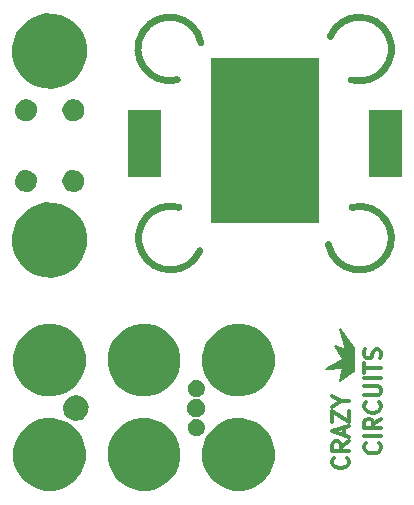
<source format=gts>
%TF.GenerationSoftware,KiCad,Pcbnew,4.0.7-e2-6376~58~ubuntu16.04.1*%
%TF.CreationDate,2017-10-07T16:36:03-07:00*%
%TF.ProjectId,VibeMotor-Button-Battery,566962654D6F746F722D427574746F6E,v1.3*%
%TF.FileFunction,Soldermask,Top*%
%FSLAX46Y46*%
G04 Gerber Fmt 4.6, Leading zero omitted, Abs format (unit mm)*
G04 Created by KiCad (PCBNEW 4.0.7-e2-6376~58~ubuntu16.04.1) date Sat Oct  7 16:36:03 2017*
%MOMM*%
%LPD*%
G01*
G04 APERTURE LIST*
%ADD10C,0.350000*%
%ADD11C,0.317500*%
%ADD12C,0.152400*%
%ADD13C,0.254000*%
%ADD14C,0.600000*%
G04 APERTURE END LIST*
D10*
D11*
X57293329Y-63363323D02*
X57359852Y-63429847D01*
X57426376Y-63629418D01*
X57426376Y-63762466D01*
X57359852Y-63962038D01*
X57226805Y-64095085D01*
X57093757Y-64161609D01*
X56827662Y-64228133D01*
X56628090Y-64228133D01*
X56361995Y-64161609D01*
X56228948Y-64095085D01*
X56095900Y-63962038D01*
X56029376Y-63762466D01*
X56029376Y-63629418D01*
X56095900Y-63429847D01*
X56162424Y-63363323D01*
X57426376Y-62764609D02*
X56029376Y-62764609D01*
X57426376Y-61301085D02*
X56761138Y-61766752D01*
X57426376Y-62099371D02*
X56029376Y-62099371D01*
X56029376Y-61567180D01*
X56095900Y-61434133D01*
X56162424Y-61367609D01*
X56295471Y-61301085D01*
X56495043Y-61301085D01*
X56628090Y-61367609D01*
X56694614Y-61434133D01*
X56761138Y-61567180D01*
X56761138Y-62099371D01*
X57293329Y-59904085D02*
X57359852Y-59970609D01*
X57426376Y-60170180D01*
X57426376Y-60303228D01*
X57359852Y-60502800D01*
X57226805Y-60635847D01*
X57093757Y-60702371D01*
X56827662Y-60768895D01*
X56628090Y-60768895D01*
X56361995Y-60702371D01*
X56228948Y-60635847D01*
X56095900Y-60502800D01*
X56029376Y-60303228D01*
X56029376Y-60170180D01*
X56095900Y-59970609D01*
X56162424Y-59904085D01*
X56029376Y-59305371D02*
X57160281Y-59305371D01*
X57293329Y-59238847D01*
X57359852Y-59172323D01*
X57426376Y-59039276D01*
X57426376Y-58773180D01*
X57359852Y-58640133D01*
X57293329Y-58573609D01*
X57160281Y-58507085D01*
X56029376Y-58507085D01*
X57426376Y-57841847D02*
X56029376Y-57841847D01*
X56029376Y-57376180D02*
X56029376Y-56577895D01*
X57426376Y-56977038D02*
X56029376Y-56977038D01*
X57359852Y-56178752D02*
X57426376Y-55979180D01*
X57426376Y-55646561D01*
X57359852Y-55513514D01*
X57293329Y-55446990D01*
X57160281Y-55380466D01*
X57027233Y-55380466D01*
X56894186Y-55446990D01*
X56827662Y-55513514D01*
X56761138Y-55646561D01*
X56694614Y-55912657D01*
X56628090Y-56045704D01*
X56561567Y-56112228D01*
X56428519Y-56178752D01*
X56295471Y-56178752D01*
X56162424Y-56112228D01*
X56095900Y-56045704D01*
X56029376Y-55912657D01*
X56029376Y-55580037D01*
X56095900Y-55380466D01*
X54562829Y-64600062D02*
X54629352Y-64666586D01*
X54695876Y-64866157D01*
X54695876Y-64999205D01*
X54629352Y-65198777D01*
X54496305Y-65331824D01*
X54363257Y-65398348D01*
X54097162Y-65464872D01*
X53897590Y-65464872D01*
X53631495Y-65398348D01*
X53498448Y-65331824D01*
X53365400Y-65198777D01*
X53298876Y-64999205D01*
X53298876Y-64866157D01*
X53365400Y-64666586D01*
X53431924Y-64600062D01*
X54695876Y-63203062D02*
X54030638Y-63668729D01*
X54695876Y-64001348D02*
X53298876Y-64001348D01*
X53298876Y-63469157D01*
X53365400Y-63336110D01*
X53431924Y-63269586D01*
X53564971Y-63203062D01*
X53764543Y-63203062D01*
X53897590Y-63269586D01*
X53964114Y-63336110D01*
X54030638Y-63469157D01*
X54030638Y-64001348D01*
X54296733Y-62670872D02*
X54296733Y-62005634D01*
X54695876Y-62803919D02*
X53298876Y-62338253D01*
X54695876Y-61872586D01*
X53298876Y-61539967D02*
X53298876Y-60608633D01*
X54695876Y-61539967D01*
X54695876Y-60608633D01*
X54030638Y-59810348D02*
X54695876Y-59810348D01*
X53298876Y-60276014D02*
X54030638Y-59810348D01*
X53298876Y-59344681D01*
D12*
X54114700Y-54152800D02*
X55067200Y-55295800D01*
X55067200Y-55486300D02*
X54114700Y-54152800D01*
X54241700Y-54533800D02*
X55067200Y-55486300D01*
X55003700Y-55613300D02*
X54241700Y-54533800D01*
X54305200Y-54724300D02*
X55003700Y-55613300D01*
X55067200Y-55867300D02*
X54305200Y-54724300D01*
X54432200Y-55041800D02*
X55067200Y-55867300D01*
X55003700Y-55994300D02*
X54432200Y-55041800D01*
X54432200Y-55232300D02*
X55003700Y-55994300D01*
X54876700Y-55994300D02*
X54432200Y-55232300D01*
X54432200Y-55486300D02*
X54876700Y-55994300D01*
X54749700Y-56057800D02*
X54432200Y-55486300D01*
X54241700Y-55486300D02*
X54749700Y-56057800D01*
X54114700Y-55486300D02*
X54622700Y-56121300D01*
X53924200Y-55359300D02*
X54495700Y-56184800D01*
X53797200Y-55359300D02*
X54368700Y-56184800D01*
D13*
X55003700Y-57200800D02*
X54114700Y-57835800D01*
D12*
X55130700Y-55295800D02*
X55130700Y-57264300D01*
X53987700Y-53708300D02*
X55130700Y-55295800D01*
X54432200Y-55486300D02*
X53987700Y-53708300D01*
X53543200Y-55168800D02*
X54432200Y-55486300D01*
X54241700Y-56248300D02*
X53543200Y-55168800D01*
X52781200Y-57073800D02*
X54305200Y-56248300D01*
X54178200Y-57010300D02*
X52781200Y-57073800D01*
X53924200Y-58089800D02*
X54178200Y-57010300D01*
X55130700Y-57264300D02*
X53924200Y-58089800D01*
D13*
X55003700Y-57010300D02*
X54114700Y-57645300D01*
X55003700Y-56819800D02*
X54178200Y-57391300D01*
X55003700Y-56692800D02*
X54241700Y-57137300D01*
X55003700Y-56438800D02*
X54178200Y-56883300D01*
X55003700Y-56248300D02*
X53924200Y-56819800D01*
X55003700Y-56057800D02*
X53289200Y-56946800D01*
X53987700Y-56883300D02*
X53162200Y-56946800D01*
D14*
X54902476Y-32592058D02*
G75*
G03X53136800Y-28906200I710824J2606358D01*
G01*
X52975938Y-46527884D02*
G75*
G03X54978300Y-43384200I2640220J527860D01*
G01*
X42185162Y-29445516D02*
G75*
G03X40182800Y-32589200I-2640220J-527860D01*
G01*
X40322124Y-43381342D02*
G75*
G03X42087800Y-47067200I-710824J-2606358D01*
G01*
D10*
G36*
X29687510Y-61237647D02*
X30278455Y-61358951D01*
X30834598Y-61592732D01*
X31334734Y-61930078D01*
X31759821Y-62358143D01*
X32093666Y-62860621D01*
X32323556Y-63418376D01*
X32440664Y-64009814D01*
X32440664Y-64009824D01*
X32440731Y-64010163D01*
X32431110Y-64699216D01*
X32431033Y-64699554D01*
X32431033Y-64699562D01*
X32297457Y-65287501D01*
X32052085Y-65838616D01*
X31704337Y-66331578D01*
X31267462Y-66747609D01*
X30758100Y-67070861D01*
X30195654Y-67289019D01*
X29601547Y-67393776D01*
X28998403Y-67381142D01*
X28409200Y-67251597D01*
X27856382Y-67010077D01*
X27361007Y-66665782D01*
X26941937Y-66231823D01*
X26615138Y-65724730D01*
X26393056Y-65163814D01*
X26284155Y-64570458D01*
X26292577Y-63967241D01*
X26418006Y-63377147D01*
X26655659Y-62822658D01*
X26996491Y-62324888D01*
X27427512Y-61902800D01*
X27932313Y-61572468D01*
X28491659Y-61346477D01*
X29084245Y-61233436D01*
X29687510Y-61237647D01*
X29687510Y-61237647D01*
G37*
G36*
X45687510Y-61237647D02*
X46278455Y-61358951D01*
X46834598Y-61592732D01*
X47334734Y-61930078D01*
X47759821Y-62358143D01*
X48093666Y-62860621D01*
X48323556Y-63418376D01*
X48440664Y-64009814D01*
X48440664Y-64009824D01*
X48440731Y-64010163D01*
X48431110Y-64699216D01*
X48431033Y-64699554D01*
X48431033Y-64699562D01*
X48297457Y-65287501D01*
X48052085Y-65838616D01*
X47704337Y-66331578D01*
X47267462Y-66747609D01*
X46758100Y-67070861D01*
X46195654Y-67289019D01*
X45601547Y-67393776D01*
X44998403Y-67381142D01*
X44409200Y-67251597D01*
X43856382Y-67010077D01*
X43361007Y-66665782D01*
X42941937Y-66231823D01*
X42615138Y-65724730D01*
X42393056Y-65163814D01*
X42284155Y-64570458D01*
X42292577Y-63967241D01*
X42418006Y-63377147D01*
X42655659Y-62822658D01*
X42996491Y-62324888D01*
X43427512Y-61902800D01*
X43932313Y-61572468D01*
X44491659Y-61346477D01*
X45084245Y-61233436D01*
X45687510Y-61237647D01*
X45687510Y-61237647D01*
G37*
G36*
X37687510Y-61237647D02*
X38278455Y-61358951D01*
X38834598Y-61592732D01*
X39334734Y-61930078D01*
X39759821Y-62358143D01*
X40093666Y-62860621D01*
X40323556Y-63418376D01*
X40440664Y-64009814D01*
X40440664Y-64009824D01*
X40440731Y-64010163D01*
X40431110Y-64699216D01*
X40431033Y-64699554D01*
X40431033Y-64699562D01*
X40297457Y-65287501D01*
X40052085Y-65838616D01*
X39704337Y-66331578D01*
X39267462Y-66747609D01*
X38758100Y-67070861D01*
X38195654Y-67289019D01*
X37601547Y-67393776D01*
X36998403Y-67381142D01*
X36409200Y-67251597D01*
X35856382Y-67010077D01*
X35361007Y-66665782D01*
X34941937Y-66231823D01*
X34615138Y-65724730D01*
X34393056Y-65163814D01*
X34284155Y-64570458D01*
X34292577Y-63967241D01*
X34418006Y-63377147D01*
X34655659Y-62822658D01*
X34996491Y-62324888D01*
X35427512Y-61902800D01*
X35932313Y-61572468D01*
X36491659Y-61346477D01*
X37084245Y-61233436D01*
X37687510Y-61237647D01*
X37687510Y-61237647D01*
G37*
G36*
X41865680Y-61311081D02*
X42005179Y-61339717D01*
X42136473Y-61394908D01*
X42254540Y-61474545D01*
X42354891Y-61575598D01*
X42433700Y-61694217D01*
X42487971Y-61825887D01*
X42515564Y-61965243D01*
X42515564Y-61965253D01*
X42515631Y-61965592D01*
X42513360Y-62128257D01*
X42513283Y-62128595D01*
X42513283Y-62128604D01*
X42481809Y-62267137D01*
X42423886Y-62397236D01*
X42341791Y-62513611D01*
X42238658Y-62611824D01*
X42118413Y-62688134D01*
X41985633Y-62739636D01*
X41845385Y-62764366D01*
X41702999Y-62761383D01*
X41563904Y-62730801D01*
X41433399Y-62673785D01*
X41316458Y-62592509D01*
X41217527Y-62490063D01*
X41140379Y-62370352D01*
X41087950Y-62237933D01*
X41062243Y-62097863D01*
X41064231Y-61955461D01*
X41093842Y-61816155D01*
X41149944Y-61685257D01*
X41230405Y-61567747D01*
X41332156Y-61468105D01*
X41451326Y-61390123D01*
X41583372Y-61336772D01*
X41723262Y-61310087D01*
X41865680Y-61311081D01*
X41865680Y-61311081D01*
G37*
G36*
X31702442Y-59311315D02*
X31909177Y-59353752D01*
X32103747Y-59435541D01*
X32278718Y-59553561D01*
X32427433Y-59703318D01*
X32544227Y-59879108D01*
X32624653Y-60074236D01*
X32665578Y-60280924D01*
X32665578Y-60280929D01*
X32665646Y-60281273D01*
X32662280Y-60522336D01*
X32662203Y-60522674D01*
X32662203Y-60522683D01*
X32615522Y-60728149D01*
X32529681Y-60920952D01*
X32408021Y-61093415D01*
X32255182Y-61238962D01*
X32076984Y-61352050D01*
X31880210Y-61428373D01*
X31672367Y-61465022D01*
X31461357Y-61460602D01*
X31255225Y-61415281D01*
X31061822Y-61330785D01*
X30888519Y-61210336D01*
X30741908Y-61058517D01*
X30627578Y-60881110D01*
X30549881Y-60684872D01*
X30511784Y-60477292D01*
X30514730Y-60266258D01*
X30558611Y-60059813D01*
X30641753Y-59865828D01*
X30760993Y-59691683D01*
X30911784Y-59544017D01*
X31088388Y-59428451D01*
X31284075Y-59349388D01*
X31491387Y-59309842D01*
X31702442Y-59311315D01*
X31702442Y-59311315D01*
G37*
G36*
X41870931Y-59611115D02*
X42020036Y-59641723D01*
X42160369Y-59700713D01*
X42286562Y-59785832D01*
X42393824Y-59893844D01*
X42478062Y-60020634D01*
X42536067Y-60161365D01*
X42563490Y-60299860D01*
X42565634Y-60310690D01*
X42563206Y-60484554D01*
X42563128Y-60484897D01*
X42563128Y-60484901D01*
X42529482Y-60632996D01*
X42467570Y-60772052D01*
X42379824Y-60896440D01*
X42269589Y-61001415D01*
X42141064Y-61082980D01*
X41999146Y-61138026D01*
X41849240Y-61164459D01*
X41697049Y-61161270D01*
X41548380Y-61128584D01*
X41408888Y-61067641D01*
X41283896Y-60980769D01*
X41178154Y-60871270D01*
X41095694Y-60743317D01*
X41039656Y-60601782D01*
X41012178Y-60452066D01*
X41014303Y-60299860D01*
X41045953Y-60150963D01*
X41105917Y-60011053D01*
X41191918Y-59885453D01*
X41300675Y-59778950D01*
X41428050Y-59695599D01*
X41569187Y-59638575D01*
X41718708Y-59610053D01*
X41870931Y-59611115D01*
X41870931Y-59611115D01*
G37*
G36*
X41865680Y-58011081D02*
X42005179Y-58039717D01*
X42136473Y-58094908D01*
X42254540Y-58174545D01*
X42354891Y-58275598D01*
X42433700Y-58394217D01*
X42487971Y-58525887D01*
X42515564Y-58665243D01*
X42515564Y-58665253D01*
X42515631Y-58665592D01*
X42513360Y-58828257D01*
X42513283Y-58828595D01*
X42513283Y-58828604D01*
X42481809Y-58967137D01*
X42423886Y-59097236D01*
X42341791Y-59213611D01*
X42238658Y-59311824D01*
X42118413Y-59388134D01*
X41985633Y-59439636D01*
X41845385Y-59464366D01*
X41702999Y-59461383D01*
X41563904Y-59430801D01*
X41433399Y-59373785D01*
X41316458Y-59292509D01*
X41217527Y-59190063D01*
X41140379Y-59070352D01*
X41087950Y-58937933D01*
X41062243Y-58797863D01*
X41064231Y-58655461D01*
X41093842Y-58516155D01*
X41149944Y-58385257D01*
X41230405Y-58267747D01*
X41332156Y-58168105D01*
X41451326Y-58090123D01*
X41583372Y-58036772D01*
X41723262Y-58010087D01*
X41865680Y-58011081D01*
X41865680Y-58011081D01*
G37*
G36*
X45687510Y-53237647D02*
X46278455Y-53358951D01*
X46834598Y-53592732D01*
X47334734Y-53930078D01*
X47759821Y-54358143D01*
X48093666Y-54860621D01*
X48323556Y-55418376D01*
X48440664Y-56009814D01*
X48440664Y-56009824D01*
X48440731Y-56010163D01*
X48431110Y-56699216D01*
X48431033Y-56699554D01*
X48431033Y-56699562D01*
X48297457Y-57287501D01*
X48052085Y-57838616D01*
X47704337Y-58331578D01*
X47267462Y-58747609D01*
X46758100Y-59070861D01*
X46195654Y-59289019D01*
X45601547Y-59393776D01*
X44998403Y-59381142D01*
X44409200Y-59251597D01*
X43856382Y-59010077D01*
X43361007Y-58665782D01*
X42941937Y-58231823D01*
X42615138Y-57724730D01*
X42393056Y-57163814D01*
X42284155Y-56570458D01*
X42292577Y-55967241D01*
X42418006Y-55377147D01*
X42655659Y-54822658D01*
X42996491Y-54324888D01*
X43427512Y-53902800D01*
X43932313Y-53572468D01*
X44491659Y-53346477D01*
X45084245Y-53233436D01*
X45687510Y-53237647D01*
X45687510Y-53237647D01*
G37*
G36*
X37687510Y-53237647D02*
X38278455Y-53358951D01*
X38834598Y-53592732D01*
X39334734Y-53930078D01*
X39759821Y-54358143D01*
X40093666Y-54860621D01*
X40323556Y-55418376D01*
X40440664Y-56009814D01*
X40440664Y-56009824D01*
X40440731Y-56010163D01*
X40431110Y-56699216D01*
X40431033Y-56699554D01*
X40431033Y-56699562D01*
X40297457Y-57287501D01*
X40052085Y-57838616D01*
X39704337Y-58331578D01*
X39267462Y-58747609D01*
X38758100Y-59070861D01*
X38195654Y-59289019D01*
X37601547Y-59393776D01*
X36998403Y-59381142D01*
X36409200Y-59251597D01*
X35856382Y-59010077D01*
X35361007Y-58665782D01*
X34941937Y-58231823D01*
X34615138Y-57724730D01*
X34393056Y-57163814D01*
X34284155Y-56570458D01*
X34292577Y-55967241D01*
X34418006Y-55377147D01*
X34655659Y-54822658D01*
X34996491Y-54324888D01*
X35427512Y-53902800D01*
X35932313Y-53572468D01*
X36491659Y-53346477D01*
X37084245Y-53233436D01*
X37687510Y-53237647D01*
X37687510Y-53237647D01*
G37*
G36*
X29687510Y-53237647D02*
X30278455Y-53358951D01*
X30834598Y-53592732D01*
X31334734Y-53930078D01*
X31759821Y-54358143D01*
X32093666Y-54860621D01*
X32323556Y-55418376D01*
X32440664Y-56009814D01*
X32440664Y-56009824D01*
X32440731Y-56010163D01*
X32431110Y-56699216D01*
X32431033Y-56699554D01*
X32431033Y-56699562D01*
X32297457Y-57287501D01*
X32052085Y-57838616D01*
X31704337Y-58331578D01*
X31267462Y-58747609D01*
X30758100Y-59070861D01*
X30195654Y-59289019D01*
X29601547Y-59393776D01*
X28998403Y-59381142D01*
X28409200Y-59251597D01*
X27856382Y-59010077D01*
X27361007Y-58665782D01*
X26941937Y-58231823D01*
X26615138Y-57724730D01*
X26393056Y-57163814D01*
X26284155Y-56570458D01*
X26292577Y-55967241D01*
X26418006Y-55377147D01*
X26655659Y-54822658D01*
X26996491Y-54324888D01*
X27427512Y-53902800D01*
X27932313Y-53572468D01*
X28491659Y-53346477D01*
X29084245Y-53233436D01*
X29687510Y-53237647D01*
X29687510Y-53237647D01*
G37*
G36*
X29696013Y-42977713D02*
X30306169Y-43102961D01*
X30880391Y-43344341D01*
X31396785Y-43692654D01*
X31835691Y-44134634D01*
X32180388Y-44653447D01*
X32417752Y-45229332D01*
X32538668Y-45840008D01*
X32538668Y-45840014D01*
X32538736Y-45840358D01*
X32528802Y-46551810D01*
X32528725Y-46552148D01*
X32528725Y-46552156D01*
X32390804Y-47159219D01*
X32137455Y-47728249D01*
X31778403Y-48237238D01*
X31327327Y-48666792D01*
X30801408Y-49000550D01*
X30220674Y-49225801D01*
X29607256Y-49333964D01*
X28984506Y-49320919D01*
X28376149Y-49187163D01*
X27805359Y-48937791D01*
X27293884Y-48582307D01*
X26861187Y-48134235D01*
X26523766Y-47610660D01*
X26294464Y-47031512D01*
X26182023Y-46418866D01*
X26190719Y-45796040D01*
X26320226Y-45186764D01*
X26565605Y-44614250D01*
X26917516Y-44100298D01*
X27362549Y-43664489D01*
X27883759Y-43323419D01*
X28461289Y-43090081D01*
X29073138Y-42973365D01*
X29696013Y-42977713D01*
X29696013Y-42977713D01*
G37*
G36*
X52193500Y-44707900D02*
X43041100Y-44707900D01*
X43041100Y-30755500D01*
X52193500Y-30755500D01*
X52193500Y-44707900D01*
X52193500Y-44707900D01*
G37*
G36*
X27473886Y-40232815D02*
X27651807Y-40269337D01*
X27819258Y-40339727D01*
X27969841Y-40441297D01*
X28097829Y-40570181D01*
X28198343Y-40721469D01*
X28267562Y-40889405D01*
X28302772Y-41067227D01*
X28302772Y-41067242D01*
X28302839Y-41067581D01*
X28299942Y-41275045D01*
X28299866Y-41275379D01*
X28299866Y-41275392D01*
X28259702Y-41452172D01*
X28185826Y-41618102D01*
X28081123Y-41766527D01*
X27949585Y-41891788D01*
X27796223Y-41989116D01*
X27626879Y-42054800D01*
X27448003Y-42086341D01*
X27266404Y-42082536D01*
X27089002Y-42043532D01*
X26922555Y-41970813D01*
X26773407Y-41867153D01*
X26647231Y-41736494D01*
X26548836Y-41583813D01*
X26481968Y-41414927D01*
X26449181Y-41236280D01*
X26451716Y-41054659D01*
X26489482Y-40876988D01*
X26561035Y-40710040D01*
X26663655Y-40560168D01*
X26793429Y-40433084D01*
X26945419Y-40333625D01*
X27113831Y-40265582D01*
X27292248Y-40231547D01*
X27473886Y-40232815D01*
X27473886Y-40232815D01*
G37*
G36*
X31473886Y-40232815D02*
X31651807Y-40269337D01*
X31819258Y-40339727D01*
X31969841Y-40441297D01*
X32097829Y-40570181D01*
X32198343Y-40721469D01*
X32267562Y-40889405D01*
X32302772Y-41067227D01*
X32302772Y-41067242D01*
X32302839Y-41067581D01*
X32299942Y-41275045D01*
X32299866Y-41275379D01*
X32299866Y-41275392D01*
X32259702Y-41452172D01*
X32185826Y-41618102D01*
X32081123Y-41766527D01*
X31949585Y-41891788D01*
X31796223Y-41989116D01*
X31626879Y-42054800D01*
X31448003Y-42086341D01*
X31266404Y-42082536D01*
X31089002Y-42043532D01*
X30922555Y-41970813D01*
X30773407Y-41867153D01*
X30647231Y-41736494D01*
X30548836Y-41583813D01*
X30481968Y-41414927D01*
X30449181Y-41236280D01*
X30451716Y-41054659D01*
X30489482Y-40876988D01*
X30561035Y-40710040D01*
X30663655Y-40560168D01*
X30793429Y-40433084D01*
X30945419Y-40333625D01*
X31113831Y-40265582D01*
X31292248Y-40231547D01*
X31473886Y-40232815D01*
X31473886Y-40232815D01*
G37*
G36*
X38789500Y-40841900D02*
X36037100Y-40841900D01*
X36037100Y-35129500D01*
X38789500Y-35129500D01*
X38789500Y-40841900D01*
X38789500Y-40841900D01*
G37*
G36*
X59189500Y-40841900D02*
X56437100Y-40841900D01*
X56437100Y-35129500D01*
X59189500Y-35129500D01*
X59189500Y-40841900D01*
X59189500Y-40841900D01*
G37*
G36*
X31473886Y-34232815D02*
X31651807Y-34269337D01*
X31819258Y-34339727D01*
X31969841Y-34441297D01*
X32097829Y-34570181D01*
X32198343Y-34721469D01*
X32267562Y-34889405D01*
X32302772Y-35067227D01*
X32302772Y-35067242D01*
X32302839Y-35067581D01*
X32299942Y-35275045D01*
X32299866Y-35275379D01*
X32299866Y-35275392D01*
X32259702Y-35452172D01*
X32185826Y-35618102D01*
X32081123Y-35766527D01*
X31949585Y-35891788D01*
X31796223Y-35989116D01*
X31626879Y-36054800D01*
X31448003Y-36086341D01*
X31266404Y-36082536D01*
X31089002Y-36043532D01*
X30922555Y-35970813D01*
X30773407Y-35867153D01*
X30647231Y-35736494D01*
X30548836Y-35583813D01*
X30481968Y-35414927D01*
X30449181Y-35236280D01*
X30451716Y-35054659D01*
X30489482Y-34876988D01*
X30561035Y-34710040D01*
X30663655Y-34560168D01*
X30793429Y-34433084D01*
X30945419Y-34333625D01*
X31113831Y-34265582D01*
X31292248Y-34231547D01*
X31473886Y-34232815D01*
X31473886Y-34232815D01*
G37*
G36*
X27473886Y-34232815D02*
X27651807Y-34269337D01*
X27819258Y-34339727D01*
X27969841Y-34441297D01*
X28097829Y-34570181D01*
X28198343Y-34721469D01*
X28267562Y-34889405D01*
X28302772Y-35067227D01*
X28302772Y-35067242D01*
X28302839Y-35067581D01*
X28299942Y-35275045D01*
X28299866Y-35275379D01*
X28299866Y-35275392D01*
X28259702Y-35452172D01*
X28185826Y-35618102D01*
X28081123Y-35766527D01*
X27949585Y-35891788D01*
X27796223Y-35989116D01*
X27626879Y-36054800D01*
X27448003Y-36086341D01*
X27266404Y-36082536D01*
X27089002Y-36043532D01*
X26922555Y-35970813D01*
X26773407Y-35867153D01*
X26647231Y-35736494D01*
X26548836Y-35583813D01*
X26481968Y-35414927D01*
X26449181Y-35236280D01*
X26451716Y-35054659D01*
X26489482Y-34876988D01*
X26561035Y-34710040D01*
X26663655Y-34560168D01*
X26793429Y-34433084D01*
X26945419Y-34333625D01*
X27113831Y-34265582D01*
X27292248Y-34231547D01*
X27473886Y-34232815D01*
X27473886Y-34232815D01*
G37*
G36*
X29696013Y-26977713D02*
X30306169Y-27102961D01*
X30880391Y-27344341D01*
X31396785Y-27692654D01*
X31835691Y-28134634D01*
X32180388Y-28653447D01*
X32417752Y-29229332D01*
X32538668Y-29840008D01*
X32538668Y-29840014D01*
X32538736Y-29840358D01*
X32528802Y-30551810D01*
X32528725Y-30552148D01*
X32528725Y-30552156D01*
X32390804Y-31159219D01*
X32137455Y-31728249D01*
X31778403Y-32237238D01*
X31327327Y-32666792D01*
X30801408Y-33000550D01*
X30220674Y-33225801D01*
X29607256Y-33333964D01*
X28984506Y-33320919D01*
X28376149Y-33187163D01*
X27805359Y-32937791D01*
X27293884Y-32582307D01*
X26861187Y-32134235D01*
X26523766Y-31610660D01*
X26294464Y-31031512D01*
X26182023Y-30418866D01*
X26190719Y-29796040D01*
X26320226Y-29186764D01*
X26565605Y-28614250D01*
X26917516Y-28100298D01*
X27362549Y-27664489D01*
X27883759Y-27323419D01*
X28461289Y-27090081D01*
X29073138Y-26973365D01*
X29696013Y-26977713D01*
X29696013Y-26977713D01*
G37*
M02*

</source>
